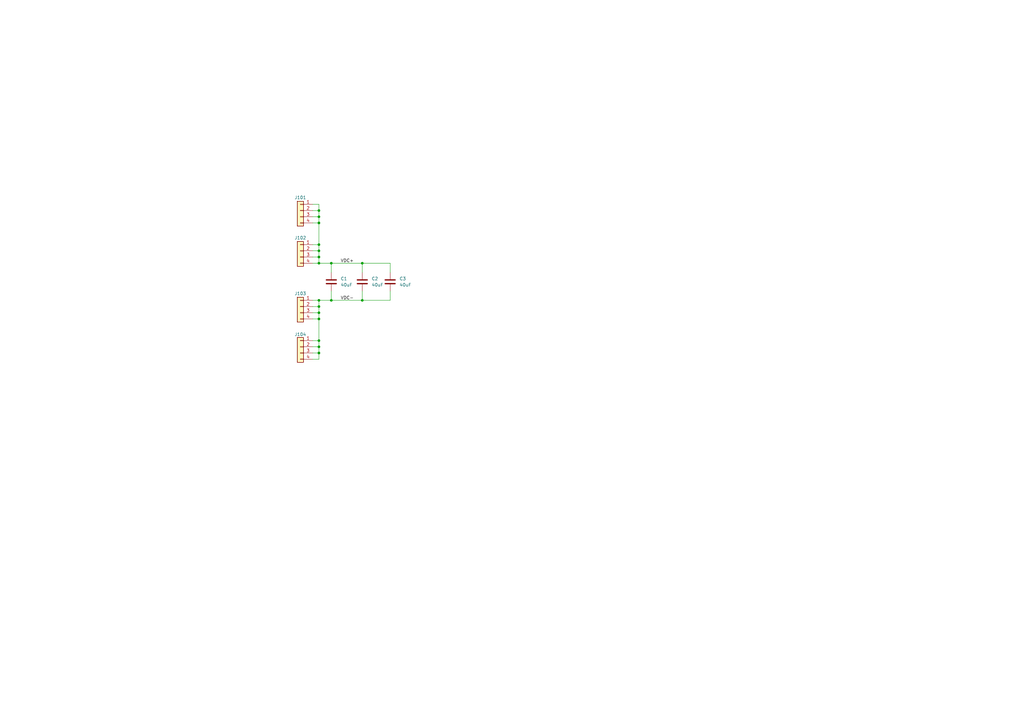
<source format=kicad_sch>
(kicad_sch (version 20250114) (generator "eeschema") (generator_version "9.0")
  (paper "A3")
  (title_block (title "TWIST 1.4.2") (date "2025-02-28") (company "https://github.com/owntech-foundation/twist") (comment 1 "ALINEI"))
  (lib_symbols
    (symbol "Connector_Generic:Conn_01x04" (pin_names (offset 1.016) (hide yes))
      (property "Reference" "J" (at 0 5.08 0))
      (property "Value" "Conn_01x04" (at 0 -7.62 0))
      (symbol "Conn_01x04_1_1"
        (rectangle (start -1.27 3.81) (end 1.27 -6.35) (stroke (width 0.254)) (fill (type background)))
        (rectangle (start -1.27 2.667) (end 0 2.413) (stroke (width 0.1524)))
        (rectangle (start -1.27 0.127) (end 0 -0.127) (stroke (width 0.1524)))
        (rectangle (start -1.27 -2.413) (end 0 -2.667) (stroke (width 0.1524)))
        (rectangle (start -1.27 -4.953) (end 0 -5.207) (stroke (width 0.1524)))
        (pin passive line (at -5.08 2.54 0) (length 3.81) (name "Pin_1") (number "1"))
        (pin passive line (at -5.08 0 0) (length 3.81) (name "Pin_2") (number "2"))
        (pin passive line (at -5.08 -2.54 0) (length 3.81) (name "Pin_3") (number "3"))
        (pin passive line (at -5.08 -5.08 0) (length 3.81) (name "Pin_4") (number "4"))
      )
    )
    (symbol "Device:C" (pin_numbers (hide yes)) (pin_names (offset 0.254))
      (property "Reference" "C" (at 0.635 2.54 0))
      (property "Value" "C" (at 0.635 -2.54 0))
      (symbol "C_0_1"
        (polyline (pts (xy -2.032 0.762) (xy 2.032 0.762)) (stroke (width 0.508)))
        (polyline (pts (xy -2.032 -0.762) (xy 2.032 -0.762)) (stroke (width 0.508)))
      )
      (symbol "C_1_1"
        (pin passive line (at 0 3.81 270) (length 2.794) (name "~") (number "1"))
        (pin passive line (at 0 -3.81 90) (length 2.794) (name "~") (number "2"))
      )
    )
  )
  (junction (at 130.81 105.41))
  (junction (at 135.89 123.19))
  (junction (at 130.81 130.81))
  (junction (at 130.81 100.33))
  (junction (at 130.81 86.36))
  (junction (at 130.81 102.87))
  (junction (at 130.81 144.78))
  (junction (at 148.59 107.95))
  (junction (at 130.81 107.95))
  (junction (at 148.59 123.19))
  (junction (at 130.81 128.27))
  (junction (at 130.81 123.19))
  (junction (at 130.81 88.9))
  (junction (at 130.81 125.73))
  (junction (at 130.81 139.7))
  (junction (at 130.81 91.44))
  (junction (at 130.81 142.24))
  (junction (at 135.89 107.95))
  (wire (pts (xy 130.81 147.32) (xy 128.27 147.32)))
  (wire (pts (xy 148.59 107.95) (xy 148.59 111.76)))
  (wire (pts (xy 148.59 123.19) (xy 160.02 123.19)))
  (wire (pts (xy 130.81 105.41) (xy 130.81 107.95)))
  (wire (pts (xy 128.27 142.24) (xy 130.81 142.24)))
  (wire (pts (xy 130.81 83.82) (xy 130.81 86.36)))
  (wire (pts (xy 130.81 88.9) (xy 130.81 91.44)))
  (wire (pts (xy 128.27 83.82) (xy 130.81 83.82)))
  (wire (pts (xy 128.27 88.9) (xy 130.81 88.9)))
  (wire (pts (xy 130.81 142.24) (xy 130.81 144.78)))
  (wire (pts (xy 130.81 91.44) (xy 130.81 100.33)))
  (wire (pts (xy 130.81 102.87) (xy 130.81 105.41)))
  (wire (pts (xy 128.27 86.36) (xy 130.81 86.36)))
  (wire (pts (xy 130.81 139.7) (xy 130.81 142.24)))
  (wire (pts (xy 128.27 100.33) (xy 130.81 100.33)))
  (wire (pts (xy 130.81 100.33) (xy 130.81 102.87)))
  (wire (pts (xy 130.81 125.73) (xy 130.81 123.19)))
  (wire (pts (xy 130.81 130.81) (xy 130.81 139.7)))
  (wire (pts (xy 148.59 107.95) (xy 160.02 107.95)))
  (wire (pts (xy 135.89 119.38) (xy 135.89 123.19)))
  (wire (pts (xy 130.81 128.27) (xy 130.81 125.73)))
  (wire (pts (xy 135.89 107.95) (xy 148.59 107.95)))
  (wire (pts (xy 148.59 119.38) (xy 148.59 123.19)))
  (wire (pts (xy 128.27 123.19) (xy 130.81 123.19)))
  (wire (pts (xy 135.89 111.76) (xy 135.89 107.95)))
  (wire (pts (xy 160.02 107.95) (xy 160.02 111.76)))
  (wire (pts (xy 128.27 139.7) (xy 130.81 139.7)))
  (wire (pts (xy 128.27 125.73) (xy 130.81 125.73)))
  (wire (pts (xy 130.81 144.78) (xy 130.81 147.32)))
  (wire (pts (xy 160.02 119.38) (xy 160.02 123.19)))
  (wire (pts (xy 128.27 102.87) (xy 130.81 102.87)))
  (wire (pts (xy 130.81 107.95) (xy 135.89 107.95)))
  (wire (pts (xy 130.81 130.81) (xy 130.81 128.27)))
  (wire (pts (xy 128.27 128.27) (xy 130.81 128.27)))
  (wire (pts (xy 128.27 130.81) (xy 130.81 130.81)))
  (wire (pts (xy 128.27 91.44) (xy 130.81 91.44)))
  (wire (pts (xy 130.81 86.36) (xy 130.81 88.9)))
  (wire (pts (xy 135.89 123.19) (xy 148.59 123.19)))
  (wire (pts (xy 130.81 123.19) (xy 135.89 123.19)))
  (wire (pts (xy 128.27 144.78) (xy 130.81 144.78)))
  (wire (pts (xy 128.27 107.95) (xy 130.81 107.95)))
  (wire (pts (xy 128.27 105.41) (xy 130.81 105.41)))
  (label "VDC-" (at 139.7 123.19 0))
  (label "VDC+" (at 139.7 107.95 0))
  (symbol (lib_id "Connector_Generic:Conn_01x04") (at 123.19 125.73 0) (mirror y) (unit 1)
    (property "Reference" "J103" (at 123.19 120.396 0))
    (property "Value" "Conn_01x04" (effects (hide yes)))
    (property "Footprint" "Connector_PinHeader_2.54mm:PinHeader_1x04_P2.54mm_Horizontal" (effects (hide yes)))
    (property "Description" "Generic connector, single row, 01x04, script generated (kicad-library-utils/schlib/autogen/connector/)" (effects (hide yes)))
    (property "LCSC" "C492412" (effects (hide yes)))
  )
  (symbol (lib_id "Device:C") (at 148.59 115.57 0) (unit 1)
    (property "Reference" "C2" (at 152.4 114.2999 0) (effects (justify left)))
    (property "Value" "40uF" (at 152.4 116.8399 0) (effects (justify left)))
    (property "Footprint" "Footprints:40uF_film" (effects (hide yes)))
    (property "Description" "Unpolarized capacitor" (effects (hide yes)))
    (property "LCSC" "C52120702" (effects (hide yes)))
  )
  (symbol (lib_id "Device:C") (at 135.89 115.57 0) (unit 1)
    (property "Reference" "C1" (at 139.7 114.2999 0) (effects (justify left)))
    (property "Value" "40uF" (at 139.7 116.8399 0) (effects (justify left)))
    (property "Footprint" "Footprints:40uF_film" (effects (hide yes)))
    (property "Description" "Unpolarized capacitor" (effects (hide yes)))
    (property "LCSC" "C52120702" (effects (hide yes)))
  )
  (symbol (lib_id "Connector_Generic:Conn_01x04") (at 123.19 102.87 0) (mirror y) (unit 1)
    (property "Reference" "J102" (at 123.19 97.536 0))
    (property "Value" "Conn_01x04" (effects (hide yes)))
    (property "Footprint" "Connector_PinHeader_2.54mm:PinHeader_1x04_P2.54mm_Horizontal" (effects (hide yes)))
    (property "Description" "Generic connector, single row, 01x04, script generated (kicad-library-utils/schlib/autogen/connector/)" (effects (hide yes)))
    (property "LCSC" "C492412" (effects (hide yes)))
  )
  (symbol (lib_id "Device:C") (at 160.02 115.57 0) (unit 1)
    (property "Reference" "C3" (at 163.83 114.2999 0) (effects (justify left)))
    (property "Value" "40uF" (at 163.83 116.8399 0) (effects (justify left)))
    (property "Footprint" "Footprints:40uF_film" (effects (hide yes)))
    (property "Description" "Unpolarized capacitor" (effects (hide yes)))
    (property "LCSC" "C52120702" (effects (hide yes)))
  )
  (symbol (lib_id "Connector_Generic:Conn_01x04") (at 123.19 86.36 0) (mirror y) (unit 1)
    (property "Reference" "J101" (at 123.19 81.026 0))
    (property "Value" "Conn_01x04" (effects (hide yes)))
    (property "Footprint" "Connector_PinHeader_2.54mm:PinHeader_1x04_P2.54mm_Horizontal" (effects (hide yes)))
    (property "Description" "Generic connector, single row, 01x04, script generated (kicad-library-utils/schlib/autogen/connector/)" (effects (hide yes)))
    (property "LCSC" "C492412" (effects (hide yes)))
  )
  (symbol (lib_id "Connector_Generic:Conn_01x04") (at 123.19 142.24 0) (mirror y) (unit 1)
    (property "Reference" "J104" (at 123.19 137.16 0))
    (property "Value" "Conn_01x04" (effects (hide yes)))
    (property "Footprint" "Connector_PinHeader_2.54mm:PinHeader_1x04_P2.54mm_Horizontal" (effects (hide yes)))
    (property "Description" "Generic connector, single row, 01x04, script generated (kicad-library-utils/schlib/autogen/connector/)" (effects (hide yes)))
    (property "LCSC" "C492412" (effects (hide yes)))
  )
)
</source>
